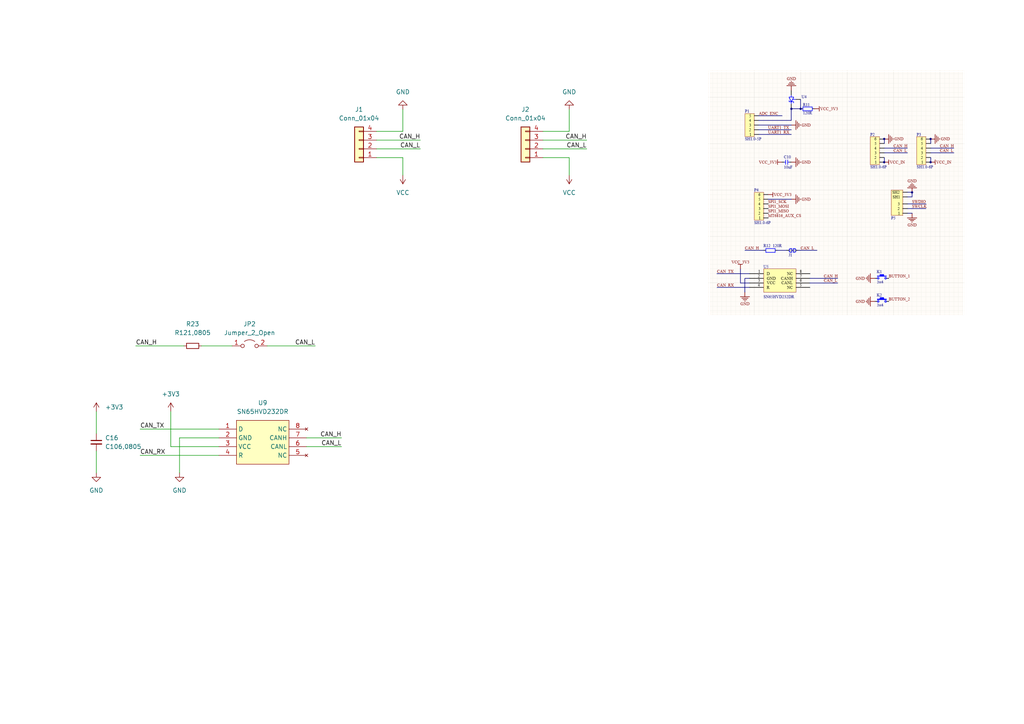
<source format=kicad_sch>
(kicad_sch (version 20211123) (generator eeschema)
  (paper "A4")
  (lib_symbols
    (symbol "Connector_Generic:Conn_01x04" (pin_names (offset 1.016) hide)
      (property "Reference" "J" (at 0 5.08 0))
      (property "Value" "Conn_01x04" (at 0 -7.62 0))
      (symbol "Conn_01x04_1_1"
        (rectangle (start -1.27 -4.953) (end 0 -5.207) (stroke (width 0.1524)))
        (rectangle (start -1.27 -2.413) (end 0 -2.667) (stroke (width 0.1524)))
        (rectangle (start -1.27 0.127) (end 0 -0.127) (stroke (width 0.1524)))
        (rectangle (start -1.27 2.667) (end 0 2.413) (stroke (width 0.1524)))
        (rectangle (start -1.27 3.81) (end 1.27 -6.35) (stroke (width 0.254)) (fill (type background)))
        (pin passive line (at -5.08 2.54 0) (length 3.81) (name "Pin_1") (number "1"))
        (pin passive line (at -5.08 0 0) (length 3.81) (name "Pin_2") (number "2"))
        (pin passive line (at -5.08 -2.54 0) (length 3.81) (name "Pin_3") (number "3"))
        (pin passive line (at -5.08 -5.08 0) (length 3.81) (name "Pin_4") (number "4"))
      )
    )
    (symbol "Jumper:Jumper_2_Open" (pin_names (offset 0) hide)
      (property "Reference" "JP" (at 0 2.794 0))
      (property "Value" "Jumper_2_Open" (at 0 -2.286 0))
      (symbol "Jumper_2_Open_0_0"
        (circle (center -2.032 0) (radius 0.508))
        (circle (center 2.032 0) (radius 0.508))
      )
      (symbol "Jumper_2_Open_0_1"
        (arc (start 1.524 1.27) (mid 0 1.778) (end -1.524 1.27))
      )
      (symbol "Jumper_2_Open_1_1"
        (pin passive line (at -5.08 0 0) (length 2.54) (name "A") (number "1"))
        (pin passive line (at 5.08 0 180) (length 2.54) (name "B") (number "2"))
      )
    )
    (symbol "power:+3V3" (power) (pin_names (offset 0))
      (property "Value" "+3V3" (at 0 3.556 0))
      (symbol "+3V3_0_1"
        (polyline (pts (xy -0.762 1.27) (xy 0 2.54)))
        (polyline (pts (xy 0 0) (xy 0 2.54)))
        (polyline (pts (xy 0 2.54) (xy 0.762 1.27)))
      )
      (symbol "+3V3_1_1"
        (pin power_in line (at 0 0 90) (length 0) hide (name "+3V3") (number "1"))
      )
    )
    (symbol "power:GND" (power) (pin_names (offset 0))
      (property "Value" "GND" (at 0 -3.81 0))
      (symbol "GND_0_1"
        (polyline (pts (xy 0 0) (xy 0 -1.27) (xy 1.27 -1.27) (xy 0 -2.54) (xy -1.27 -1.27) (xy 0 -1.27)))
      )
      (symbol "GND_1_1"
        (pin power_in line (at 0 0 270) (length 0) hide (name "GND") (number "1"))
      )
    )
    (symbol "power:VCC" (power) (pin_names (offset 0))
      (property "Value" "VCC" (at 0 3.81 0))
      (symbol "VCC_0_1"
        (polyline (pts (xy -0.762 1.27) (xy 0 2.54)))
        (polyline (pts (xy 0 0) (xy 0 2.54)))
        (polyline (pts (xy 0 2.54) (xy 0.762 1.27)))
      )
      (symbol "VCC_1_1"
        (pin power_in line (at 0 0 90) (length 0) hide (name "VCC") (number "1"))
      )
    )
    (symbol "taobao-c:C106,0805" (pin_numbers hide) (pin_names (offset 0.254) hide)
      (property "Reference" "C" (at 0.254 1.778 0))
      (property "Value" "C106,0805" (at 0.254 -2.032 0))
      (symbol "C106,0805_0_1"
        (polyline (pts (xy -1.524 -0.508) (xy 1.524 -0.508)) (stroke (width 0.3302)))
        (polyline (pts (xy -1.524 0.508) (xy 1.524 0.508)) (stroke (width 0.3048)))
      )
      (symbol "C106,0805_1_1"
        (pin passive line (at 0 2.54 270) (length 2.032) (name "~") (number "1"))
        (pin passive line (at 0 -2.54 90) (length 2.032) (name "~") (number "2"))
      )
    )
    (symbol "taobao-components:SN65HVD232DR"
      (property "Reference" "U" (at 0 -8.89 0))
      (property "Value" "SN65HVD232DR" (at 0 -10.795 0))
      (symbol "SN65HVD232DR_0_0"
        (rectangle (start -7.62 6.35) (end 7.62 -6.35) (fill (type background)))
      )
      (symbol "SN65HVD232DR_1_1"
        (pin input line (at -12.7 3.81 0) (length 5.08) (name "D") (number "1"))
        (pin input line (at -12.7 1.27 0) (length 5.08) (name "GND") (number "2"))
        (pin input line (at -12.7 -1.27 0) (length 5.08) (name "VCC") (number "3"))
        (pin input line (at -12.7 -3.81 0) (length 5.08) (name "R") (number "4"))
        (pin no_connect line (at 12.7 -3.81 180) (length 5.08) (name "NC") (number "5"))
        (pin input line (at 12.7 -1.27 180) (length 5.08) (name "CANL") (number "6"))
        (pin input line (at 12.7 1.27 180) (length 5.08) (name "CANH") (number "7"))
        (pin no_connect line (at 12.7 3.81 180) (length 5.08) (name "NC") (number "8"))
      )
    )
    (symbol "taobao-r:R121,0805" (pin_numbers hide) (pin_names (offset 0.254) hide)
      (property "Reference" "R" (at 0.762 0.508 0))
      (property "Value" "R121,0805" (at 0.762 -1.016 0))
      (symbol "R121,0805_0_1"
        (rectangle (start -0.762 1.778) (end 0.762 -1.778) (stroke (width 0.2032)))
      )
      (symbol "R121,0805_1_1"
        (pin passive line (at 0 2.54 270) (length 0.762) (name "~") (number "1"))
        (pin passive line (at 0 -2.54 90) (length 0.762) (name "~") (number "2"))
      )
    )
  )
  (wire (pts (xy 116.84 31.75) (xy 116.84 38.1)))
  (wire (pts (xy 39.37 100.33) (xy 53.34 100.33)))
  (wire (pts (xy 88.9 127) (xy 99.06 127)))
  (wire (pts (xy 58.42 100.33) (xy 67.31 100.33)))
  (wire (pts (xy 49.53 129.54) (xy 63.5 129.54)))
  (wire (pts (xy 52.07 127) (xy 63.5 127)))
  (wire (pts (xy 157.48 38.1) (xy 165.1 38.1)))
  (wire (pts (xy 40.64 132.08) (xy 63.5 132.08)))
  (wire (pts (xy 157.48 45.72) (xy 165.1 45.72)))
  (wire (pts (xy 27.94 119.38) (xy 27.94 125.73)))
  (wire (pts (xy 109.22 40.64) (xy 121.92 40.64)))
  (wire (pts (xy 165.1 45.72) (xy 165.1 50.8)))
  (wire (pts (xy 77.47 100.33) (xy 91.44 100.33)))
  (wire (pts (xy 88.9 129.54) (xy 99.06 129.54)))
  (wire (pts (xy 52.07 137.16) (xy 52.07 127)))
  (wire (pts (xy 157.48 43.18) (xy 170.18 43.18)))
  (wire (pts (xy 157.48 40.64) (xy 170.18 40.64)))
  (wire (pts (xy 116.84 45.72) (xy 116.84 50.8)))
  (wire (pts (xy 109.22 43.18) (xy 121.92 43.18)))
  (wire (pts (xy 40.64 124.46) (xy 63.5 124.46)))
  (wire (pts (xy 165.1 31.75) (xy 165.1 38.1)))
  (wire (pts (xy 109.22 45.72) (xy 116.84 45.72)))
  (wire (pts (xy 109.22 38.1) (xy 116.84 38.1)))
  (wire (pts (xy 49.53 119.38) (xy 49.53 129.54)))
  (wire (pts (xy 27.94 130.81) (xy 27.94 137.16)))
  (image (at 242.57 55.88))
  (label "CAN_H" (at 121.92 40.64 180))
  (label "CAN_TX" (at 40.64 124.46 0))
  (label "CAN_H" (at 39.37 100.33 0))
  (label "CAN_L" (at 121.92 43.18 180))
  (label "CAN_L" (at 170.18 43.18 180))
  (label "CAN_L" (at 91.44 100.33 180))
  (label "CAN_L" (at 99.06 129.54 180))
  (label "CAN_H" (at 170.18 40.64 180))
  (label "CAN_H" (at 99.06 127 180))
  (label "CAN_RX" (at 40.64 132.08 0))
  (symbol (lib_id "power:+3V3") (at 49.53 119.38 0) (unit 1)
    (property "Reference" "#PWR0155" (effects hide))
    (property "Value" "+3V3" (at 49.53 114.3 0))
  )
  (symbol (lib_id "Jumper:Jumper_2_Open") (at 72.39 100.33 0) (unit 1)
    (property "Reference" "JP2" (at 72.39 93.98 0))
    (property "Value" "Jumper_2_Open" (at 72.39 96.52 0))
    (property "Footprint" "Jumper:SolderJumper-2_P1.3mm_Open_RoundedPad1.0x1.5mm" (effects hide))
  )
  (symbol (lib_id "taobao-components:SN65HVD232DR") (at 76.2 128.27 0) (unit 1)
    (property "Reference" "U9" (at 76.2 116.84 0))
    (property "Value" "SN65HVD232DR" (at 76.2 119.38 0))
    (property "Footprint" "Package_SO:SOIC-8-1EP_3.9x4.9mm_P1.27mm_EP2.29x3mm" (effects hide))
    (property "Datasheet" "https://www.ti.com/lit/gpn/sn65hvd232" (effects hide))
    (property "price" "4.00" (effects hide))
    (property "taobao" "https://item.taobao.com/item.htm?spm=a230r.1.14.13.7f9b6bd4RRIrv0&id=608651245346&ns=1&abbucket=19#detail" (effects hide))
  )
  (symbol (lib_id "taobao-c:C106,0805") (at 27.94 128.27 0) (unit 1)
    (property "Reference" "C16" (at 30.48 127.0062 0) (effects (justify left)))
    (property "Value" "C106,0805" (at 30.48 129.5462 0) (effects (justify left)))
    (property "Footprint" "Capacitor_SMD:C_0805_2012Metric" (effects hide))
  )
  (symbol (lib_id "power:VCC") (at 116.84 50.8 180) (unit 1)
    (property "Reference" "#PWR0141" (effects hide))
    (property "Value" "VCC" (at 116.84 55.88 0))
  )
  (symbol (lib_id "Connector_Generic:Conn_01x04") (at 152.4 43.18 180) (unit 1)
    (property "Reference" "J2" (at 152.4 31.75 0))
    (property "Value" "Conn_01x04" (at 152.4 34.29 0))
    (property "Footprint" "Connector_PinHeader_2.54mm:PinHeader_1x04_P2.54mm_Vertical" (effects hide))
  )
  (symbol (lib_id "power:GND") (at 116.84 31.75 180) (unit 1)
    (property "Reference" "#PWR0142" (effects hide))
    (property "Value" "GND" (at 116.84 26.67 0))
  )
  (symbol (lib_id "Connector_Generic:Conn_01x04") (at 104.14 43.18 180) (unit 1)
    (property "Reference" "J1" (at 104.14 31.75 0))
    (property "Value" "Conn_01x04" (at 104.14 34.29 0))
    (property "Footprint" "Connector_PinHeader_2.54mm:PinHeader_1x04_P2.54mm_Vertical" (effects hide))
  )
  (symbol (lib_id "power:GND") (at 52.07 137.16 0) (unit 1)
    (property "Reference" "#PWR0154" (effects hide))
    (property "Value" "GND" (at 52.07 142.24 0))
  )
  (symbol (lib_id "power:GND") (at 165.1 31.75 180) (unit 1)
    (property "Reference" "#PWR0146" (effects hide))
    (property "Value" "GND" (at 165.1 26.67 0))
  )
  (symbol (lib_id "taobao-r:R121,0805") (at 55.88 100.33 90) (unit 1)
    (property "Reference" "R23" (at 55.88 93.98 90))
    (property "Value" "R121,0805" (at 55.88 96.52 90))
    (property "Footprint" "Resistor_SMD:R_0805_2012Metric" (effects hide))
  )
  (symbol (lib_id "power:GND") (at 27.94 137.16 0) (unit 1)
    (property "Reference" "#PWR0152" (effects hide))
    (property "Value" "GND" (at 27.94 142.24 0))
  )
  (symbol (lib_id "power:+3V3") (at 27.94 119.38 0) (unit 1)
    (property "Reference" "#PWR0153" (effects hide))
    (property "Value" "+3V3" (at 30.48 118.1099 0) (effects (justify left)))
  )
  (symbol (lib_id "power:VCC") (at 165.1 50.8 180) (unit 1)
    (property "Reference" "#PWR0147" (effects hide))
    (property "Value" "VCC" (at 165.1 55.88 0))
  )
)
</source>
